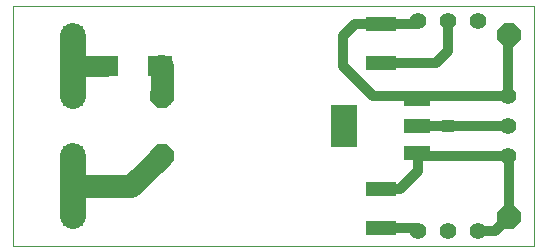
<source format=gbl>
G75*
%MOIN*%
%OFA0B0*%
%FSLAX25Y25*%
%IPPOS*%
%LPD*%
%AMOC8*
5,1,8,0,0,1.08239X$1,22.5*
%
%ADD10C,0.00000*%
%ADD11R,0.07087X0.07087*%
%ADD12R,0.09843X0.04724*%
%ADD13OC8,0.07874*%
%ADD14R,0.08800X0.04800*%
%ADD15R,0.08661X0.14173*%
%ADD16C,0.05600*%
%ADD17R,0.07874X0.07087*%
%ADD18C,0.03200*%
%ADD19R,0.03962X0.03962*%
%ADD20C,0.08600*%
%ADD21C,0.07600*%
%ADD22C,0.07000*%
D10*
X0001250Y0001250D02*
X0001250Y0081211D01*
X0174951Y0081211D01*
X0174951Y0001250D01*
X0001250Y0001250D01*
D11*
X0021250Y0011250D03*
X0021250Y0031250D03*
X0021250Y0051250D03*
X0021250Y0071250D03*
D12*
X0123750Y0075246D03*
X0123750Y0062254D03*
X0123750Y0020246D03*
X0123750Y0007254D03*
D13*
X0166624Y0010935D03*
X0050876Y0031407D03*
X0050876Y0051093D03*
X0166624Y0071565D03*
D14*
X0135950Y0050350D03*
X0135950Y0041250D03*
X0135950Y0032150D03*
D15*
X0111549Y0041250D03*
D16*
X0166250Y0041250D03*
X0166250Y0051250D03*
X0166250Y0031250D03*
X0156250Y0006250D03*
X0146250Y0006250D03*
X0136250Y0006250D03*
X0136250Y0076250D03*
X0146250Y0076250D03*
X0156250Y0076250D03*
D17*
X0050348Y0061250D03*
X0032152Y0061250D03*
D18*
X0111250Y0061250D02*
X0111250Y0071250D01*
X0115246Y0075246D01*
X0123750Y0075246D01*
X0135246Y0075246D01*
X0136250Y0076250D01*
X0146250Y0076250D02*
X0146250Y0066250D01*
X0142254Y0062254D01*
X0123750Y0062254D01*
X0121250Y0051250D02*
X0111250Y0061250D01*
X0121250Y0051250D02*
X0136850Y0051250D01*
X0135950Y0050350D01*
X0136850Y0051250D02*
X0166250Y0051250D01*
X0166250Y0071191D01*
X0166624Y0071565D01*
X0166250Y0041250D02*
X0146250Y0041250D01*
X0135950Y0041250D01*
X0135950Y0032150D02*
X0136850Y0031250D01*
X0166250Y0031250D01*
X0166624Y0030876D01*
X0166624Y0010935D01*
X0161939Y0006250D01*
X0156250Y0006250D01*
X0136250Y0006250D02*
X0135246Y0007254D01*
X0123750Y0007254D01*
X0123750Y0020246D02*
X0130246Y0020246D01*
X0136250Y0026250D01*
X0136250Y0031850D01*
X0135950Y0032150D01*
D19*
X0146250Y0041250D03*
D20*
X0021250Y0031250D02*
X0021250Y0021250D01*
X0021250Y0011250D01*
X0021250Y0051250D02*
X0021250Y0071250D01*
D21*
X0050348Y0061250D02*
X0050876Y0061250D01*
X0050876Y0051093D01*
X0050876Y0031407D02*
X0040719Y0021250D01*
X0021250Y0021250D01*
D22*
X0021250Y0061250D02*
X0032152Y0061250D01*
M02*

</source>
